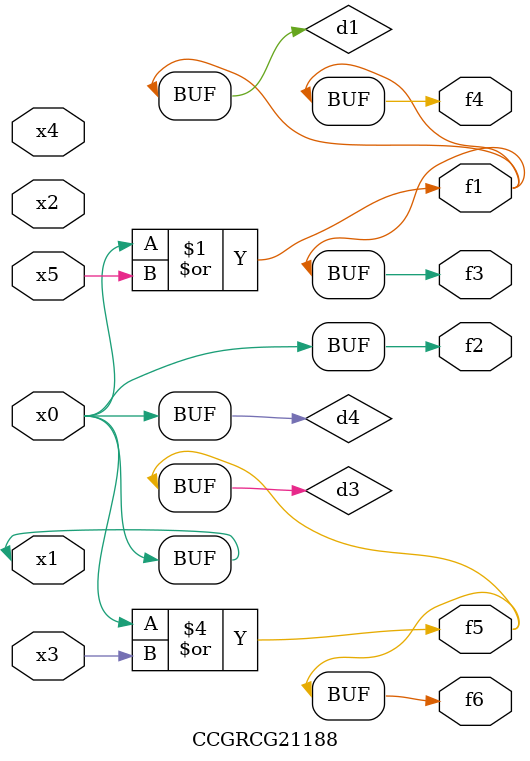
<source format=v>
module CCGRCG21188(
	input x0, x1, x2, x3, x4, x5,
	output f1, f2, f3, f4, f5, f6
);

	wire d1, d2, d3, d4;

	or (d1, x0, x5);
	xnor (d2, x1, x4);
	or (d3, x0, x3);
	buf (d4, x0, x1);
	assign f1 = d1;
	assign f2 = d4;
	assign f3 = d1;
	assign f4 = d1;
	assign f5 = d3;
	assign f6 = d3;
endmodule

</source>
